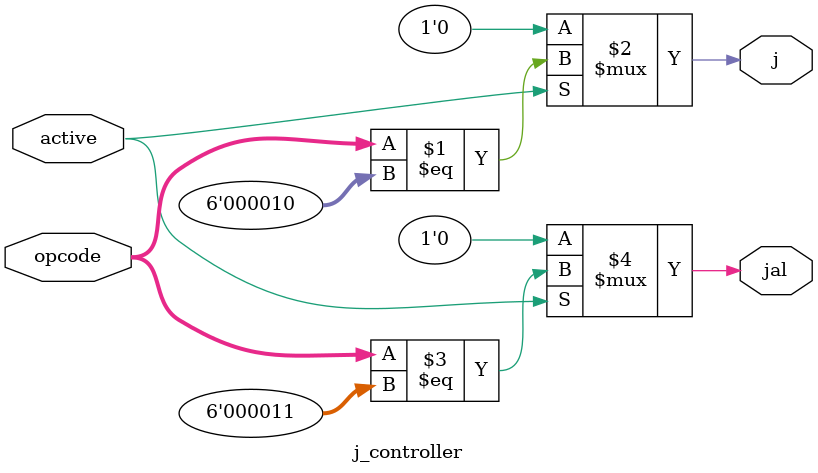
<source format=sv>
module j_controller(
    opcode,
    active,
    j,
    jal
    );

    input   [5:0]  opcode;
    input          active;
    output         j;
    output         jal;

    assign j      = active ? opcode == 6'b000010 : 1'b0;
    assign jal    = active ? opcode == 6'b000011 : 1'b0;

endmodule
</source>
